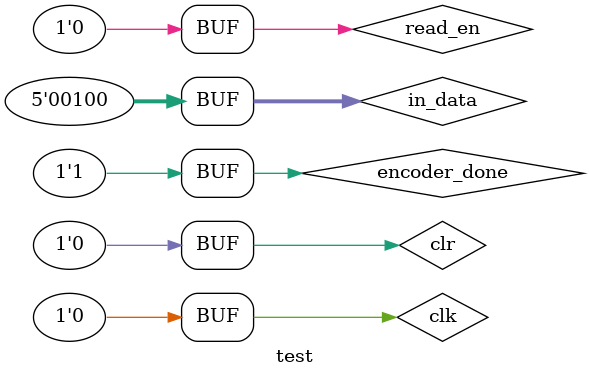
<source format=sv>
module test;

  wire [15:0] out_data;
  reg[4:0] in_data;
  reg clk,clr;
reg read_en, encoder_done;
  wire output_ready;
  wire[4:0] fill_count;

  
  // Instantiate design under test
  
  RLE_decoder u1(
    .unencoded_data(out_data),
    .encoded_data(in_data),
    .clk(clk),
    .clr(clr),
    .read_en(read_en),
    .encoder_done(encoder_done),
    .output_ready(output_ready),
    .fill_countt(fill_count)
  );

          
  initial begin
    // Dump waves
    $dumpfile("dump.vcd");
    $dumpvars(1, test);
    
    clk = 0;
    clr = 0;
    in_data = 5'b10100;
    read_en = 1;
    encoder_done = 0;
    toggle_clk;
    in_data = 5'b00100;
    toggle_clk;
    in_data = 5'b10100;
    toggle_clk;
    in_data = 5'b00100;

    toggle_clk;
        read_en = 0;
    encoder_done = 1;
    
    toggle_clk;
    toggle_clk;
    toggle_clk;
    toggle_clk;
    toggle_clk;
    toggle_clk;
    toggle_clk;
    toggle_clk;
    toggle_clk;
    toggle_clk;
    toggle_clk;
    toggle_clk;
    toggle_clk;
    toggle_clk;
    toggle_clk;
    toggle_clk;
    toggle_clk;
    toggle_clk;
    toggle_clk;
    toggle_clk;
    toggle_clk;
    toggle_clk;
    toggle_clk;
    toggle_clk;
    toggle_clk;
    
    

    
    

  
    
  
  end
  

  
  task toggle_clk;
    begin
      #10 clk = ~clk;
      #10 clk = ~clk;
    end
  endtask

endmodule

</source>
